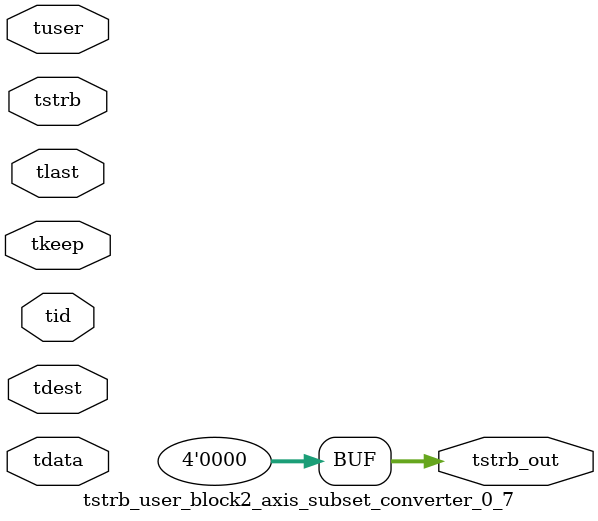
<source format=v>


`timescale 1ps/1ps

module tstrb_user_block2_axis_subset_converter_0_7 #
(
parameter C_S_AXIS_TDATA_WIDTH = 32,
parameter C_S_AXIS_TUSER_WIDTH = 0,
parameter C_S_AXIS_TID_WIDTH   = 0,
parameter C_S_AXIS_TDEST_WIDTH = 0,
parameter C_M_AXIS_TDATA_WIDTH = 32
)
(
input  [(C_S_AXIS_TDATA_WIDTH == 0 ? 1 : C_S_AXIS_TDATA_WIDTH)-1:0     ] tdata,
input  [(C_S_AXIS_TUSER_WIDTH == 0 ? 1 : C_S_AXIS_TUSER_WIDTH)-1:0     ] tuser,
input  [(C_S_AXIS_TID_WIDTH   == 0 ? 1 : C_S_AXIS_TID_WIDTH)-1:0       ] tid,
input  [(C_S_AXIS_TDEST_WIDTH == 0 ? 1 : C_S_AXIS_TDEST_WIDTH)-1:0     ] tdest,
input  [(C_S_AXIS_TDATA_WIDTH/8)-1:0 ] tkeep,
input  [(C_S_AXIS_TDATA_WIDTH/8)-1:0 ] tstrb,
input                                                                    tlast,
output [(C_M_AXIS_TDATA_WIDTH/8)-1:0 ] tstrb_out
);

assign tstrb_out = {1'b0};

endmodule


</source>
